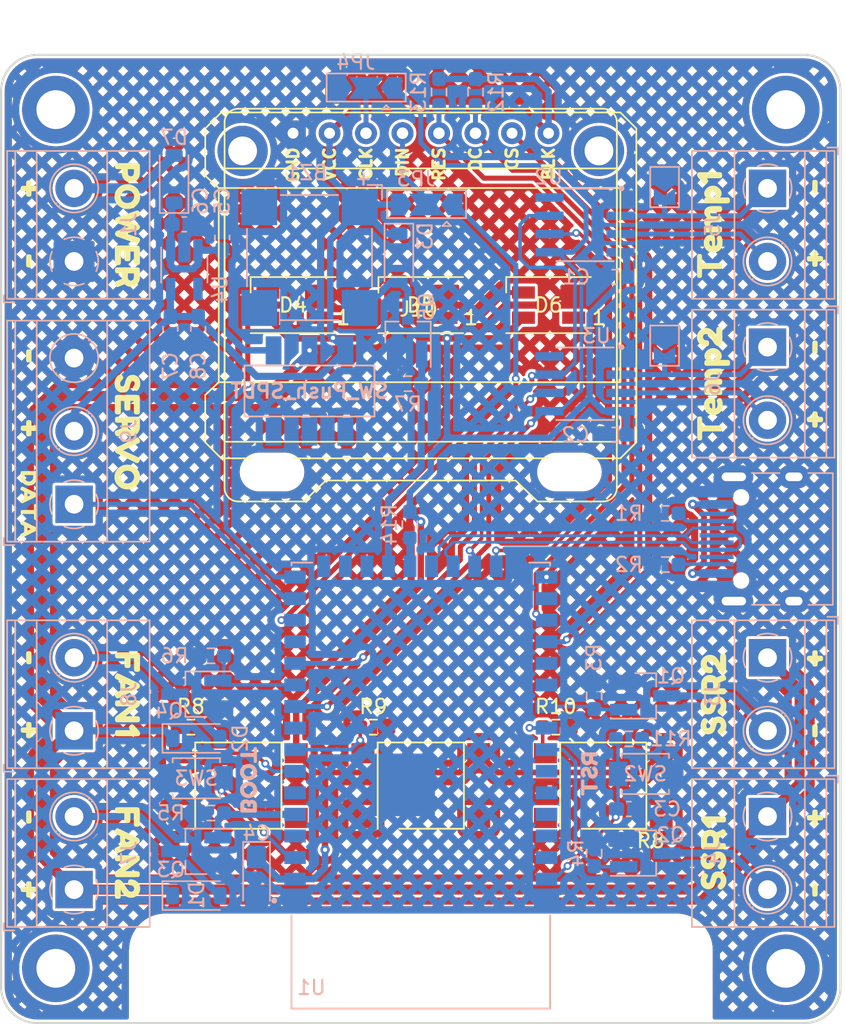
<source format=kicad_pcb>
(kicad_pcb (version 20221018) (generator pcbnew)
  (layers (0 "F.Cu" signal) (31 "B.Cu" signal) (34 "B.Paste" user) (35 "F.Paste" user) (36 "B.SilkS" user "B.Silkscreen") (37 "F.SilkS" user "F.Silkscreen") (38 "B.Mask" user) (39 "F.Mask" user) (44 "Edge.Cuts" user))
  (net 0 "")
  (net 1 "EN")
  (net 12 "GND")
  (net 13 "VBUS")
  (net 14 "Net-(J2-CC1)")
  (net 15 "D+")
  (net 16 "D-")
  (net 18 "Net-(J2-CC2)")
  (net 20 "+3.3V")
  (net 21 "BOOT")
  (net 22 "SCL")
  (net 23 "SDA")
  (net 24 "BTN1")
  (net 25 "BTN2")
  (net 26 "BTN3")
  (net 27 "SSR1")
  (net 28 "Net-(J3-Pin_2)")
  (net 29 "SSR2")
  (net 30 "Net-(J4-Pin_2)")
  (net 31 "FAN1")
  (net 32 "Net-(D1-A)")
  (net 33 "FAN2")
  (net 34 "Net-(D2-A)")
  (net 35 "BUZZER")
  (net 36 "VCC")
  (net 37 "Net-(J5-Pin_1)")
  (net 38 "CLK")
  (net 39 "CS_MAX1")
  (net 40 "MISO")
  (net 42 "Net-(J6-Pin_1)")
  (net 43 "CS_MAX2")
  (net 45 "GPIO18")
  (net 46 "LED_Din")
  (net 47 "Net-(D4-DOUT)")
  (net 48 "Net-(D5-DOUT)")
  (net 50 "SERVO_SIG")
  (net 53 "+5V")
  (net 54 "Net-(BZ1-+)")
  (net 57 "MOSI")
  (net 58 "Net-(J5-Pin_2)")
  (net 59 "Net-(J6-Pin_2)")
  (net 62 "Net-(D7-A)")
  (net 63 "CS_DISPLAY")
  (net 64 "Net-(J10-Pin_1)")
  (net 65 "Net-(J10-Pin_2)")
  (footprint "LED_SMD:LED_SK6812MINI_PLCC4_3.5x3.5mm_P1.75mm" (layer "F.Cu") (at 101.6 68.199 180)
    (fp_text reference "D5")
    (fp_text value " ")
  )
  (footprint "kibuzzard-643A0580" (layer "F.Cu") (at 81.1784 106.287 -90)
    (fp_text reference "kibuzzard-643A0580" hide)
    (fp_text value "G***" hide)
  )
  (footprint "kibuzzard-643A05BD" (layer "F.Cu") (at 129.032 92.7608 90)
    (fp_text reference "kibuzzard-643A05BD" hide)
    (fp_text value "G***" hide)
  )
  (footprint "LED_SMD:LED_SK6812MINI_PLCC4_3.5x3.5mm_P1.75mm" (layer "F.Cu") (at 92.71 68.199 180)
    (fp_text reference "D4")
    (fp_text value " ")
  )
  (footprint "kibuzzard-643A051C" (layer "F.Cu") (at 121.9708 62.6364 90)
    (fp_text reference "kibuzzard-643A051C" hide)
    (fp_text value "G***" hide)
  )
  (footprint "kibuzzard-643A059F" (layer "F.Cu") (at 81.1784 77.0128 -90)
    (fp_text reference "kibuzzard-643A059F" hide)
    (fp_text value "G***" hide)
  )
  (footprint "kibuzzard-643A0588" (layer "F.Cu") (at 81.1784 95.25 -90)
    (fp_text reference "kibuzzard-643A0588" hide)
    (fp_text value "G***" hide)
  )
  (footprint "kien242:128x64OLED" (layer "F.Cu") (at 101.595 68.199)
    (fp_text reference "J10")
    (fp_text value " ")
  )
  (footprint "kibuzzard-643A05CF" (layer "F.Cu") (at 74.3204 103.7844 -90)
    (fp_text reference "kibuzzard-643A05CF" hide)
    (fp_text value "G***" hide)
  )
  (footprint "kibuzzard-643A05CF" (layer "F.Cu") (at 74.3204 92.71 -90)
    (fp_text reference "kibuzzard-643A05CF" hide)
    (fp_text value "G***" hide)
  )
  (footprint "kibuzzard-643A05CF" (layer "F.Cu") (at 129.032 108.8644 90)
    (fp_text reference "kibuzzard-643A05CF" hide)
    (fp_text value "G***" hide)
  )
  (footprint "LED_SMD:LED_SK6812MINI_PLCC4_3.5x3.5mm_P1.75mm" (layer "F.Cu") (at 110.49 68.199 180)
    (fp_text reference "D6")
    (fp_text value " ")
  )
  (footprint "kien242:MountingHole_2.7mm_M2.5_DIN965_Pad" (layer "F.Cu") (at 76.2 114.3 90)
    (fp_text reference "H2")
    (fp_text value " ")
  )
  (footprint "kibuzzard-643A05BD" (layer "F.Cu") (at 129.032 64.9732 -90)
    (fp_text reference "kibuzzard-643A05BD" hide)
    (fp_text value "G***" hide)
  )
  (footprint "kien242:MountingHole_2.7mm_M2.5_DIN965_Pad" (layer "F.Cu") (at 76.2 54.61 90)
    (fp_text reference "H3")
    (fp_text value " ")
  )
  (footprint "kien242:MountingHole_2.7mm_M2.5_DIN965_Pad" (layer "F.Cu") (at 127 114.3 90)
    (fp_text reference "H1")
    (fp_text value " ")
  )
  (footprint "footprint:SW_TL3305AF160QG" (layer "F.Cu") (at 101.6 101.6 180)
    (fp_text reference "BTN2" hide)
    (fp_text value " ")
  )
  (footprint "kibuzzard-643A0524" (layer "F.Cu") (at 121.9708 95.25 90)
    (fp_text reference "kibuzzard-643A0524" hide)
    (fp_text value "G***" hide)
  )
  (footprint "kibuzzard-643A052F" (layer "F.Cu") (at 121.9708 106.287 90)
    (fp_text reference "kibuzzard-643A052F" hide)
    (fp_text value "G***" hide)
  )
  (footprint "kibuzzard-643A05B4" (layer "F.Cu") (at 81.1784 62.6364 -90)
    (fp_text reference "kibuzzard-643A05B4" hide)
    (fp_text value "G***" hide)
  )
  (footprint "footprint:SW_TL3305AF160QG" (layer "F.Cu") (at 114.3 101.6 180)
    (fp_text reference "BTN3" hide)
    (fp_text value " ")
  )
  (footprint "kibuzzard-643A05CF" (layer "F.Cu") (at 129.032 59.944 -90)
    (fp_text reference "kibuzzard-643A05CF" hide)
    (fp_text value "G***" hide)
  )
  (footprint "kibuzzard-643A05BD" (layer "F.Cu") (at 129.032 103.8352 90)
    (fp_text reference "kibuzzard-643A05BD" hide)
    (fp_text value "G***" hide)
  )
  (footprint "kibuzzard-643A05BD" (layer "F.Cu") (at 74.3204 97.7392 -90)
    (fp_text reference "kibuzzard-643A05BD" hide)
    (fp_text value "G***" hide)
  )
  (footprint "kien242:MountingHole_2.7mm_M2.5_DIN965_Pad" (layer "F.Cu") (at 127 54.61 90)
    (fp_text reference "H4")
    (fp_text value " ")
  )
  (footprint "Resistor_SMD:R_0603_1608Metric_Pad0.98x0.95mm_HandSolder" (layer "F.Cu") (at 85.598 97.536)
    (fp_text reference "R8")
    (fp_text value "10K")
  )
  (footprint "kibuzzard-643A05BD" (layer "F.Cu") (at 74.3204 108.8136 -90)
    (fp_text reference "kibuzzard-643A05BD" hide)
    (fp_text value "G***" hide)
  )
  (footprint "kibuzzard-643A05CF" (layer "F.Cu") (at 129.032 71.12 -90)
    (fp_text reference "kibuzzard-643A05CF" hide)
    (fp_text value "G***" hide)
  )
  (footprint "Resistor_SMD:R_0603_1608Metric_Pad0.98x0.95mm_HandSolder" (layer "F.Cu") (at 98.298 97.536)
    (fp_text reference "R9")
    (fp_text value "10K")
  )
  (footprint "kibuzzard-643A0514" (layer "F.Cu") (at 121.9708 73.66 90)
    (fp_text reference "kibuzzard-643A0514" hide)
    (fp_text value "G***" hide)
  )
  (footprint "kibuzzard-643A05CF" (layer "F.Cu") (at 129.032 97.79 90)
    (fp_text reference "kibuzzard-643A05CF" hide)
    (fp_text value "G***" hide)
  )
  (footprint "kibuzzard-643A05BD" (layer "F.Cu") (at 74.3204 60.0964 90)
    (fp_text reference "kibuzzard-643A05BD" hide)
    (fp_text value "G***" hide)
  )
  (footprint "kibuzzard-643A0606" (layer "F.Cu") (at 74.3204 82.042 -90)
    (fp_text reference "kibuzzard-643A0606" hide)
    (fp_text value "G***" hide)
  )
  (footprint "Resistor_SMD:R_0603_1608Metric_Pad0.98x0.95mm_HandSolder" (layer "F.Cu") (at 110.998 97.536)
    (fp_text reference "R10")
    (fp_text value "10K")
  )
  (footprint "kibuzzard-643A05CF" (layer "F.Cu") (at 74.3204 65.1256 90)
    (fp_text reference "kibuzzard-643A05CF" hide)
    (fp_text value "G***" hide)
  )
  (footprint "footprint:0.96_TFT_Display_ST77335S" (layer "F.Cu") (at 101.6 66.809)
    (fp_text reference "J11" hide)
    (fp_text value "Conn_01x08" hide)
  )
  (footprint "kibuzzard-643A05CF" (layer "F.Cu") (at 74.3204 71.7296 -90)
    (fp_text reference "kibuzzard-643A05CF" hide)
    (fp_text value "G***" hide)
  )
  (footprint "footprint:SW_TL3305AF160QG" (layer "F.Cu") (at 88.9 101.6 180)
    (fp_text reference "BTN1" hide)
    (fp_text value " ")
  )
  (footprint "kibuzzard-643A05BD" (layer "F.Cu") (at 129.032 76.1492 -90)
    (fp_text reference "kibuzzard-643A05BD" hide)
    (fp_text value "G***" hide)
  )
  (footprint "kibuzzard-643A05BD" (layer "F.Cu") (at 74.3204 76.7588 -90)
    (fp_text reference "kibuzzard-643A05BD" hide)
    (fp_text value "G***" hide)
  )
  (footprint "footprint:SOIC127P600X175-8N" (layer "B.Cu") (at 113.03 73.665 180)
    (fp_text reference "U3")
    (fp_text value "MAX6675")
  )
  (footprint "kien242:MSS22D18" (layer "B.Cu") (at 93.853 74.168 180)
    (fp_text reference "SW1")
    (fp_text value "SW_Push_SPDT")
  )
  (footprint "footprint:TerminalBlock_Phoenix_MKDS-1,5-2-5.08_1x02_P5.08mm_Horizontal" (layer "B.Cu") (at 125.73 95.25 -90)
    (fp_text reference "J3")
    (fp_text value " " hide)
  )
  (footprint "footprint:TerminalBlock_Phoenix_MKDS-1,5-2-5.08_1x02_P5.08mm_Horizontal" (layer "B.Cu") (at 125.73 62.623 -90)
    (fp_text reference "J5")
    (fp_text value " " hide)
  )
  (footprint "Package_TO_SOT_SMD:SOT-23_Handsoldering" (layer "B.Cu") (at 117.221 106.292)
    (fp_text reference "Q2")
    (fp_text value "IRLML2502")
  )
  (footprint "Package_TO_SOT_SMD:SOT-23-5_HandSoldering" (layer "B.Cu") (at 85.1408 65.7352 -90)
    (fp_text reference "U4")
    (fp_text value "MIC5219-3.3YM5")
  )
  (footprint "Capacitor_SMD:C_0603_1608Metric_Pad1.08x0.95mm_HandSolder" (layer "B.Cu") (at 115.062 77.216 180)
    (fp_text reference "C2")
    (fp_text value "0.1uF")
  )
  (footprint "kien242:USB-C-16pin-hight-v2" (layer "B.Cu") (at 126.492 84.455 90)
    (fp_text reference "J2")
    (fp_text value "USB_C_Receptacle_USB2.0")
  )
  (footprint "Resistor_SMD:R_0603_1608Metric_Pad0.98x0.95mm_HandSolder" (layer "B.Cu") (at 113.665 95.365 -90)
    (fp_text reference "R3")
    (fp_text value "10k")
  )
  (footprint "kibuzzard-643A0998" (layer "B.Cu") (at 89.6112 101.1936 90)
    (fp_text reference "kibuzzard-643A0998" hide)
    (fp_text value "G***" hide)
  )
  (footprint "footprint:TerminalBlock_Phoenix_MKDS-1,5-2-5.08_1x02_P5.08mm_Horizontal" (layer "B.Cu") (at 77.47 106.287 90)
    (fp_text reference "J7")
    (fp_text value " " hide)
  )
  (footprint "Package_TO_SOT_SMD:SOT-23_Handsoldering" (layer "B.Cu") (at 85.979 106.172 180)
    (fp_text reference "Q3")
    (fp_text value "IRLML2502")
  )
  (footprint "footprint:TerminalBlock_Phoenix_MKDS-1,5-2-5.08_1x02_P5.08mm_Horizontal" (layer "B.Cu") (at 125.73 106.287 -90)
    (fp_text reference "J4")
    (fp_text value " " hide)
  )
  (footprint "Capacitor_SMD:C_0603_1608Metric_Pad1.08x0.95mm_HandSolder" (layer "B.Cu") (at 85.1408 62.5856)
    (fp_text reference "C6")
    (fp_text value "1uF")
  )
  (footprint "Capacitor_SMD:C_0603_1608Metric_Pad1.08x0.95mm_HandSolder" (layer "B.Cu") (at 84.1756 69.85 -90)
    (fp_text reference "C7")
    (fp_text value "10uF")
  )
  (footprint "Package_TO_SOT_SMD:SOT-23_Handsoldering" (layer "B.Cu") (at 85.979 95.245 180)
    (fp_text reference "Q4")
    (fp_text value "IRLML2502")
  )
  (footprint "Diode_SMD:D_SOD-123" (layer "B.Cu") (at 84.4296 59.436 90)
    (fp_text reference "D7")
    (fp_text value " ")
  )
  (footprint "Capacitor_SMD:C_0603_1608Metric_Pad1.08x0.95mm_HandSolder" (layer "B.Cu") (at 87.7824 63.5 90)
    (fp_text reference "C5")
    (fp_text value "10uF")
  )
  (footprint "Package_TO_SOT_SMD:SOT-23_Handsoldering" (layer "B.Cu") (at 100.711 70.104 90)
    (fp_text reference "Q5")
    (fp_text value "IRLML2502")
  )
  (footprint "Capacitor_SMD:C_0603_1608Metric_Pad1.08x0.95mm_HandSolder" (layer "B.Cu") (at 86.106 69.85 -90)
    (fp_text reference "C8")
    (fp_text value "1uF")
  )
  (footprint "Resistor_SMD:R_0603_1608Metric_Pad0.98x0.95mm_HandSolder" (layer "B.Cu") (at 118.618 86.233 180)
    (fp_text reference "R2")
    (fp_text value "5K1")
  )
  (footprint "Diode_SMD:D_SOD-123" (layer "B.Cu") (at 100.076 64.897 -90)
    (fp_text reference "D3")
    (fp_text value " ")
  )
  (footprint "Resistor_SMD:R_0603_1608Metric_Pad0.98x0.95mm_HandSolder" (layer "B.Cu") (at 105.41 53.3908 90)
    (fp_text reference "R12")
    (fp_text value "5K1")
  )
  (footprint "kien242:SW_SPST_B3U-1000P" (layer "B.Cu") (at 117.221 100.7872)
    (fp_text reference "SW2")
    (fp_text value "RST")
  )
  (footprint "Capacitor_SMD:C_0603_1608Metric_Pad1.08x0.95mm_HandSolder" (layer "B.Cu") (at 116.078 103.2256)
    (fp_text reference "C3")
    (fp_text value "0.1uF")
  )
  (footprint "Resistor_SMD:R_0603_1608Metric_Pad0.98x0.95mm_HandSolder" (layer "B.Cu") (at 100.838 83.4644 -90)
    (fp_text reference "R14")
    (fp_text value "5K1")
  )
  (footprint "footprint:TerminalBlock_Phoenix_MKDS-1,5-2-5.08_1x02_P5.08mm_Horizontal" (layer "B.Cu") (at 77.47 62.623 90)
    (fp_text reference "J1")
    (fp_text value " " hide)
  )
  (footprint "Diode_SMD:D_SOD-123" (layer "B.Cu") (at 85.979 109.244)
    (fp_text reference "D1")
    (fp_text value " ")
  )
  (footprint "Resistor_SMD:R_0603_1608Metric_Pad0.98x0.95mm_HandSolder" (layer "B.Cu") (at 102.87 53.3908 -90)
    (fp_text reference "R13")
    (fp_text value "5K1")
  )
  (footprint "Resistor_SMD:R_0603_1608Metric_Pad0.98x0.95mm_HandSolder" (layer "B.Cu") (at 118.618 82.677 180)
    (fp_text reference "R1")
    (fp_text value "5K1")
  )
  (footprint "footprint:MODULE_ESP32-S2-WROVER" (layer "B.Cu") (at 101.6 101.6)
    (fp_text reference "U1")
    (fp_text value "ESP32-S2-WROVER")
  )
  (footprint "Package_TO_SOT_SMD:SOT-23_Handsoldering" (layer "B.Cu") (at 117.221 95.365)
    (fp_text reference "Q1")
    (fp_text value "IRLML2502")
  )
  (footprint "Resistor_SMD:R_0603_1608Metric_Pad0.98x0.95mm_HandSolder" (layer "B.Cu") (at 100.711 73.66)
    (fp_text reference "R7")
    (fp_text value "10k")
  )
  (footprint "footprint:SOIC127P600X175-8N" (layer "B.Cu") (at 113.03 62.623 180)
    (fp_text reference "U2")
    (fp_text value "MAX6675")
  )
  (footprint "Buzzer_Beeper:MagneticBuzzer_CUI_CMT-8504-100-SMT" (layer "B.Cu") (at 93.853 64.897 180)
    (fp_text reference "BZ1")
    (fp_text value "Buzzer")
  )
  (footprint "footprint:TerminalBlock_Phoenix_MKDS-1,5-3-5.08_1x03_P5.08mm_Horizontal" (layer "B.Cu") (at 77.47 76.962 90)
    (fp_text reference "J9")
    (fp_text value "Servo " hide)
  )
  (footprint "Diode_SMD:D_SOD-123" (layer "B.Cu") (at 85.979 98.317)
    (fp_text reference "D2")
    (fp_text value " ")
  )
  (footprint "Capacitor_Tantalum_SMD:CP_EIA-3216-10_Kemet-I_Pad1.58x1.35mm_HandSolder" (layer "B.Cu") (at 90.17 108.0008 -90)
    (fp_text reference "C4")
    (fp_text value "10uF")
  )
  (footprint "Jumper:SolderJumper-3_P2.0mm_Open_TrianglePad1.0x1.5mm" (layer "B.Cu") (at 102 61.2 180)
    (fp_text reference "JP3")
    (fp_text value " ")
  )
  (footprint "Jumper:SolderJumper-3_P2.0mm_Open_TrianglePad1.0x1.5mm" (layer "B.Cu") (at 97.8 53.1 180)
    (fp_text reference "JP4")
    (fp_text value " ")
  )
  (footprint "footprint:TerminalBlock_Phoenix_MKDS-1,5-2-5.08_1x02_P5.08mm_Horizontal" (layer "B.Cu") (at 77.47 95.25 90)
    (fp_text reference "J8")
    (fp_text value " " hide)
  )
  (footprint "Jumper:SolderJumper-2_P1.3mm_Open_TrianglePad1.0x1.5mm" (layer "B.Cu") (at 118.5672 59.9948 -90)
    (fp_text reference "JP2" hide)
    (fp_text value " ")
  )
  (footprint "Resistor_SMD:R_0603_1608Metric_Pad0.98x0.95mm_HandSolder" (layer "B.Cu") (at 116.078 98.3488)
    (fp_text reference "R11")
    (fp_text value "10k")
  )
  (footprint "Resistor_SMD:R_0603_1608Metric_Pad0.98x0.95mm_HandSolder" (layer "B.Cu") (at 86.995 92.578)
    (fp_text reference "R6")
    (fp_text value "10k")
  )
  (footprint "Jumper:SolderJumper-2_P1.3mm_Open_TrianglePad1.0x1.5mm" (layer "B.Cu") (at 118.5672 71.0184 -90)
    (fp_text reference "JP1" hide)
    (fp_text value " ")
  )
  (footprint "kibuzzard-643A09AD" (layer "B.Cu") (at 113.3348 100.7872 -90)
    (fp_text reference "kibuzzard-643A09AD" hide)
    (fp_text value "G***" hide)
  )
  (footprint "Capacitor_SMD:C_0603_1608Metric_Pad1.08x0.95mm_HandSolder" (layer "B.Cu") (at 115.062 66.2432 180)
    (fp_text reference "C1")
    (fp_text value "0.1uF")
  )
  (footprint "Resistor_SMD:R_0603_1608Metric_Pad0.98x0.95mm_HandSolder" (layer "B.Cu") (at 113.665 106.292 -90)
    (fp_text reference "R4")
    (fp_text value "10k")
  )
  (footprint "Resistor_SMD:R_0603_1608Metric_Pad0.98x0.95mm_HandSolder" (layer "B.Cu") (at 86.995 103.505)
    (fp_text reference "R5")
    (fp_text value "10k")
  )
  (footprint "kien242:SW_SPST_B3U-1000P" (layer "B.Cu") (at 85.979 101.092 180)
    (fp_text reference "SW3")
    (fp_text value "BOOT")
  )
  (footprint "footprint:TerminalBlock_Phoenix_MKDS-1,5-2-5.08_1x02_P5.08mm_Horizontal" (layer "B.Cu") (at 125.73 73.66 -90)
    (fp_text reference "J6")
    (fp_text value " " hide)
  )
  (gr_arc (start 130.81 115.57) (mid 130.066051 117.366051) (end 128.27 118.11) (stroke (width 0.15)) (layer "Edge.Cuts"))
  (gr_line (start 128.27 118.11) (end 74.93 118.11) (stroke (width 0.15)) (layer "Edge.Cuts"))
  (gr_line (start 72.39 53.34) (end 72.39 115.57) (stroke (width 0.15)) (layer "Edge.Cuts"))
  (gr_arc (start 72.39 53.34) (mid 73.133949 51.543949) (end 74.93 50.8) (stroke (width 0.15)) (layer "Edge.Cuts"))
  (gr_arc (start 74.93 118.11) (mid 73.133949 117.366051) (end 72.39 115.57) (stroke (width 0.15)) (layer "Edge.Cuts"))
  (gr_line (start 130.81 53.34) (end 130.81 115.57) (stroke (width 0.15)) (layer "Edge.Cuts"))
  (gr_arc (start 128.27 50.8) (mid 130.066051 51.543949) (end 130.81 53.34) (stroke (width 0.15)) (layer "Edge.Cuts"))
  (gr_line (start 128.27 50.8) (end 74.93 50.8) (stroke (width 0.15)) (layer "Edge.Cuts"))
  (segment (start 111.811 107.188) (end 115.164 103.835) (width 0.25) (layer "F.Cu") (net 1))
  (segment (start 115.164 103.835) (end 115.164 103.784) (width 0.25) (layer "F.Cu") (net 1))
  (via (at 111.811 107.188) (size 0.55) (drill 0.3) (layers "F.Cu" "B.Cu") (net 1))
  (via (at 115.164 103.784) (size 0.55) (drill 0.3) (layers "F.Cu" "B.Cu") (net 1))
  (segment (start 115.216 103.226) (end 115.164 103.278) (width 0.25) (layer "B.Cu") (net 1))
  (segment (start 115.164 103.278) (end 115.164 103.784) (width 0.25) (layer "B.Cu") (net 1))
  (segment (start 115.2156 103.2256) (end 115.216 103.226) (width 0.35) (layer "B.Cu") (net 1))
  (segment (start 115.326 98.5093) (end 115.326 100.7872) (width 0.25) (layer "B.Cu") (net 1))
  (segment (start 115.166 98.3488) (end 115.326 98.5093) (width 0.25) (layer "B.Cu") (net 1))
  (segment (start 115.1655 98.3488) (end 115.166 98.3488) (width 0.35) (layer "B.Cu") (net 1))
  (segment (start 115.326 100.7872) (end 115.326 103.115) (width 0.25) (layer "B.Cu") (net 1))
  (segment (start 110.899 108.1) (end 111.811 107.188) (width 0.25) (layer "B.Cu") (net 1))
  (segment (start 115.326 103.115) (end 115.216 103.226) (width 0.25) (layer "B.Cu") (net 1))
  (segment (start 110.35 108.1) (end 110.899 108.1) (width 0.25) (layer "B.Cu") (net 1))
  (segment (start 115.2155 103.2256) (end 115.2156 103.2256) (width 0.35) (layer "B.Cu") (net 1))
  (segment (start 122.174 80.137) (end 122.176 80.135) (width 0.4) (layer "B.Cu") (net 12))
  (segment (start 92.85 109.6) (end 90.3317 109.6) (width 0.5) (layer "B.Cu") (net 12))
  (segment (start 122.174 88.646) (end 122.303 88.775) (width 0.4) (layer "B.Cu") (net 12))
  (segment (start 122.174 81.255) (end 122.174 80.137) (width 0.4) (layer "B.Cu") (net 12))
  (segment (start 122.176 80.135) (end 123.387 80.135) (width 0.4) (layer "B.Cu") (net 12))
  (segment (start 90.17 109.438) (end 89.7953 109.438) (width 0.5) (layer "B.Cu") (net 12))
  (segment (start 113.665 105.38) (end 115.684 105.38) (width 0.4) (layer "B.Cu") (net 12))
  (segment (start 115.684 105.38) (end 115.721 105.342) (width 0.4) (layer "B.Cu") (net 12))
  (segment (start 99.761 71.604) (end 99.761 73.6225) (width 0.5) (layer "B.Cu") (net 12))
  (segment (start 90.3317 109.6) (end 90.17 109.438) (width 0.5) (layer "B.Cu") (net 12))
  (segment (start 89.7953 109.438) (end 87.479 107.122) (width 0.5) (layer "B.Cu") (net 12))
  (segment (start 122.303 88.775) (end 123.387 88.775) (width 0.4) (layer "B.Cu") (net 12))
  (segment (start 122.174 87.655) (end 122.174 88.646) (width 0.4) (layer "B.Cu") (net 12))
  (segment (start 99.761 73.6225) (end 99.7985 73.66) (width 0.5) (layer "B.Cu") (net 12))
  (segment (start 120.523 82.042) (end 121.31 82.829) (width 0.4) (layer "F.Cu") (net 13))
  (segment (start 121.31 86.0675) (end 120.523 86.8545) (width 0.4) (layer "F.Cu") (net 13))
  (segment (start 121.31 82.829) (end 121.31 86.0675) (width 0.4) (layer "F.Cu") (net 13))
  (via (at 120.523 86.8545) (size 0.65) (drill 0.3) (layers "F.Cu" "B.Cu") (net 13))
  (via (at 120.523 82.042) (size 0.65) (drill 0.3) (layers "F.Cu" "B.Cu") (net 13))
  (segment (start 120.523 82.042) (end 122.161 82.042) (width 0.4) (layer "B.Cu") (net 13))
  (segment (start 122.174 86.855) (end 120.524 86.855) (width 0.4) (layer "B.Cu") (net 13))
  (segment (start 122.161 82.042) (end 122.174 82.055) (width 0.4) (layer "B.Cu") (net 13))
  (segment (start 120.524 86.855) (end 120.523 86.8545) (width 0.4) (layer "B.Cu") (net 13))
  (segment (start 120.058 83.205) (end 119.5303 82.6772) (width 0.25) (layer "B.Cu") (net 14))
  (segment (start 119.5305 82.677) (end 119.5303 82.6772) (width 0.35) (layer "B.Cu") (net 14))
  (segment (start 122.182 83.205) (end 120.058 83.205) (width 0.25) (layer "B.Cu") (net 14))
  (segment (start 119.5303 82.6772) (end 119.53 82.677) (width 0.25) (layer "B.Cu") (net 14))
  (segment (start 103.325 85.525) (end 103.85 86.05) (width 0.2) (layer "B.Cu") (net 15))
  (segment (start 122.182 84.205) (end 122.1824 84.205) (width 0.2) (layer "B.Cu") (net 15))
  (segment (start 103.85 86.05) (end 103.85 86.35) (width 0.2) (layer "B.Cu") (net 15))
  (segment (start 122.1824 84.205) (end 123.575 84.205) (width 0.2) (layer "B.Cu") (net 15))
  (segment (start 120.408 85.205) (end 119.883 84.68) (width 0.2) (layer "B.Cu") (net 15))
  (segment (start 122.182 85.205) (end 121.295 85.205) (width 0.2) (layer "B.Cu") (net 15))
  (segment (start 123.571 85.217) (end 122.194 85.217) (width 0.2) (layer "B.Cu") (net 15))
  (segment (start 123.575 84.205) (end 123.825 84.455) (width 0.2) (layer "B.Cu") (net 15))
  (segment (start 119.883 84.68) (end 103.852 84.68) (width 0.2) (layer "B.Cu") (net 15))
  (segment (start 122.194 85.217) (end 122.182 85.205) (width 0.2) (layer "B.Cu") (net 15))
  (segment (start 123.825 84.455) (end 123.825 84.963) (width 0.2) (layer "B.Cu") (net 15))
  (segment (start 103.852 84.68) (end 103.325 85.2072) (width 0.2) (layer "B.Cu") (net 15))
  (segment (start 121.295 85.205) (end 122.1824 85.205) (width 0.2998) (layer "B.Cu") (net 15))
  (segment (start 123.825 84.963) (end 123.571 85.217) (width 0.2) (layer "B.Cu") (net 15))
  (segment (start 121.295 85.205) (end 120.408 85.205) (width 0.2) (layer "B.Cu") (net 15))
  (segment (start 103.325 85.2072) (end 103.325 85.525) (width 0.2) (layer "B.Cu") (net 15))
  (segment (start 103.666 84.23) (end 102.875 85.0208) (width 0.2) (layer "B.Cu") (net 16))
  (segment (start 117.234 84.23) (end 103.666 84.23) (width 0.2) (layer "B.Cu") (net 16))
  (segment (start 122.182 84.705) (end 122.1824 84.705) (width 0.2998) (layer "B.Cu") (net 16))
  (segment (start 119.999 84.23) (end 119.634 84.23) (width 0.2) (layer "B.Cu") (net 16))
  (segment (start 120.474 84.705) (end 119.999 84.23) (width 0.2) (layer "B.Cu") (net 16))
  (segment (start 122.1824 83.705) (end 120.524 83.705) (width 0.2) (layer "B.Cu") (net 16))
  (segment (start 102.875 85.0208) (end 102.875 85.525) (width 0.2) (layer "B.Cu") (net 16))
  (segment (start 122.182 83.705) (end 122.17 83.693) (width 0.2) (layer "B.Cu") (net 16))
  (segment (start 120.524 83.705) (end 119.999 84.23) (width 0.2) (layer "B.Cu") (net 16))
  (segment (start 117.242 84.222) (end 117.234 84.23) (width 0.2) (layer "B.Cu") (net 16))
  (segment (start 122.182 84.705) (end 120.474 84.705) (width 0.2) (layer "B.Cu") (net 16))
  (segment (start 102.875 85.525) (end 102.35 86.05) (width 0.2) (layer "B.Cu") (net 16))
  (segment (start 102.35 86.05) (end 102.35 86.35) (width 0.2) (layer "B.Cu") (net 16))
  (segment (start 117.25 84.23) (end 119.634 84.23) (width 0.2) (layer "B.Cu") (net 16))
  (segment (start 117.242 84.222) (end 117.25 84.23) (width 0.2) (layer "B.Cu") (net 16))
  (segment (start 119.5305 86.2325) (end 119.558 86.205) (width 0.35) (layer "B.Cu") (net 18))
  (segment (start 119.558 86.205) (end 119.53 86.233) (width 0.25) (layer "B.Cu") (net 18))
  (segment (start 122.182 86.205) (end 122.1824 86.205) (width 0.2998) (layer "B.Cu") (net 18))
  (segment (start 122.182 86.205) (end 119.558 86.205) (width 0.25) (layer "B.Cu") (net 18))
  (segment (start 119.5305 86.233) (end 119.5305 86.2325) (width 0.35) (layer "B.Cu") (net 18))
  (segment (start 92.93 99.35) (end 92.93 96.338856) (width 0.45) (layer "F.Cu") (net 20))
  (segment (start 94.2848 100.686) (end 94.9391 100.686) (width 0.4) (layer "F.Cu") (net 20))
  (segment (start 118.33 99.35) (end 118.146 99.35) (width 0.4) (layer "F.Cu") (net 20))
  (segment (start 101.854 70.5104) (end 101.4984 70.5104) (width 0.45) (layer "F.Cu") (net 20))
  (segment (start 94.9391 106.0582) (end 94.9391 100.686) (width 0.45) (layer "F.Cu") (net 20))
  (segment (start 118.146 99.35) (end 117.5 98.7044) (width 0.4) (layer "F.Cu") (net 20))
  (segment (start 100.062 69.074) (end 99.85 69.074) (width 0.45) (layer "F.Cu") (net 20))
  (segment (start 106.966 100.686) (end 105.63 99.35) (width 0.4) (layer "F.Cu") (net 20))
  (segment (start 96.799 54.7) (end 95.25 56.249) (width 0.45) (layer "F.Cu") (net 20))
  (segment (start 108.941 54.7) (end 96.799 54.7) (width 0.45) (layer "F.Cu") (net 20))
  (segment (start 107.3036 70.5104) (end 108.74 69.074) (width 0.45) (layer "F.Cu") (net 20))
  (segment (start 97.536 70.5104) (end 98.4136 70.5104) (width 0.45) (layer "F.Cu") (net 20))
  (segment (start 118.33 99.35) (end 116.994 100.686) (width 0.4) (layer "F.Cu") (net 20))
  (segment (start 103.4288 70.5104) (end 107.3036 70.5104) (width 0.45) (layer "F.Cu") (net 20))
  (segment (start 104.294 100.686) (end 105.63 99.35) (width 0.4) (layer "F.Cu") (net 20))
  (segment (start 101.6 87.668856) (end 101.6 83.2612) (width 0.45) (layer "F.Cu") (net 20))
  (segment (start 92.9492 99.35) (end 94.2848 100.686) (width 0.4) (layer "F.Cu") (net 20))
  (segment (start 92.3964 70.5104) (end 90.96 69.074) (width 0.45) (layer "F.Cu") (net 20))
  (segment (start 94.9391 100.686) (end 95.8046 100.686) (width 0.4) (layer "F.Cu") (net 20))
  (segment (start 98.4136 70.5104) (end 99.85 69.074) (width 0.45) (layer "F.Cu") (net 20))
  (segment (start 116.994 100.686) (end 106.966 100.686) (width 0.4) (layer "F.Cu") (net 20))
  (segment (start 92.93 99.35) (end 92.9492 99.35) (width 0.4) (layer "F.Cu") (net 20))
  (segment (start 110.49 56.249) (end 108.941 54.7) (width 0.45) (layer "F.Cu") (net 20))
  (segment (start 101.4984 70.5104) (end 100.062 69.074) (width 0.45) (layer "F.Cu") (net 20))
  (segment (start 103.4288 70.5104) (end 101.854 70.5104) (width 0.45) (layer "F.Cu") (net 20))
  (segment (start 95.8046 100.686) (end 104.294 100.686) (width 0.4) (layer "F.Cu") (net 20))
  (segment (start 97.536 70.5104) (end 92.3964 70.5104) (width 0.45) (layer "F.Cu") (net 20))
  (segment (start 92.93 96.338856) (end 101.6 87.668856) (width 0.45) (layer "F.Cu") (net 20))
  (via (at 94.9391 106.0582) (size 0.65) (drill 0.3) (layers "F.Cu" "B.Cu") (net 20))
  (via (at 117.5 98.7044) (size 0.65) (drill 0.3) (layers "F.Cu" "B.Cu") (net 20))
  (via (at 95.486209 70.477391) (size 0.65) (drill 0.3) (layers "F.Cu" "B.Cu") (net 20))
  (via (at 103.4288 70.5104) (size 0.65) (drill 0.3) (layers "F.Cu" "B.Cu") (net 20))
  (via (at 101.6 83.2612) (size 0.65) (drill 0.3) (layers "F.Cu" "B.Cu") (net 20))
  (segment (start 115.9245 75.9895) (end 115.505 75.57) (width 0.5) (layer "B.Cu") (net 20))
  (segment (start 110.562648 77.4192) (end 113.351 74.630848) (width 0.45) (layer "B.Cu") (net 20))
  (segment (start 113.351 68.8167) (end 115.9245 66.2432) (width 0.45) (layer "B.Cu") (net 20))
  (segment (start 90.9382 107.3315) (end 90.17 106.5633) (width 0.45) (layer "B.Cu") (net 20))
  (segment (start 90.17 106.563) (end 90.9384 107.3315) (width 0.5) (layer "B.Cu") (net 20))
  (segment (start 104.135 52.4783) (end 105.41 52.4783) (width 0.45) (layer "B.Cu") (net 20))
  (segment (start 95.25 56.249) (end 95.25 59.294) (width 0.45) (layer "B.Cu") (net 20))
  (segment (start 114.290152 75.57) (end 115.505 75.57) (width 0.45) (layer "B.Cu") (net 20))
  (segment (start 115.9245 64.9475) (end 115.505 64.528) (width 0.5) (layer "B.Cu") (net 20))
  (segment (start 117.5 98.7044) (end 117.346 98.7044) (width 0.4) (layer "B.Cu") (net 20))
  (segment (start 113.351 74.630848) (end 114.290152 75.57) (width 0.45) (layer "B.Cu") (net 20))
  (segment (start 95.3008 70.292) (end 95.3008 63.6016) (width 0.45) (layer "B.Cu") (net 20))
  (segment (start 84.1756 68.9875) (end 86.106 68.9875) (width 0.5) (layer "B.Cu") (net 20))
  (segment (start 94.5439 73.152) (end 96.3524 71.3435) (width 0.5) (layer "B.Cu") (net 20))
  (segment (start 101.5473 83.2612) (end 100.838 82.5519) (width 0.45) (layer "B.Cu") (net 20))
  (segment (start 77.47 75.6931) (end 77.47 76.962) (width 0.5) (layer "B.Cu") (net 20))
  (segment (start 96.3524 71.3435) (end 96.6523 71.0436) (width 0.45) (layer "B.Cu") (net 20))
  (segment (start 115.924 77.216) (end 115.9245 77.216) (width 0.5) (layer "B.Cu") (net 20))
  (segment (start 100.838 82.5519) (end 100.838 81.21894) (width 0.45) (layer "B.Cu") (net 20))
  (segment (start 99.203 63.247) (end 98.925 62.969) (width 0.5) (layer "B.Cu") (net 20))
  (segment (start 100 61.2) (end 97.55 61.2) (width 0.45) (layer "B.Cu") (net 20))
  (segment (start 96.3524 71.3435) (end 95.486209 70.477391) (width 0.45) (layer "B.Cu") (net 20))
  (segment (start 101.417065 80.639879) (end 101.41726 80.639879) (width 0.45) (layer "B.Cu") (net 20))
  (segment (start 90.1806 73.152) (end 94.5439 73.152) (width 0.5) (layer "B.Cu") (net 20))
  (segment (start 95.3008 70.292) (end 95.300818 70.292) (width 0.45) (layer "B.Cu") (net 20))
  (segment (start 98.925 62.969) (end 98.9722 62.969) (width 0.45) (layer "B.Cu") (net 20))
  (segment (start 98.925 62.969) (end 97.353 61.397) (width 0.5) (layer "B.Cu") (net 20))
  (segment (start 115.9245 77.216) (end 115.9245 75.9895) (width 0.5) (layer "B.Cu") (net 20))
  (segment (start 110.49 53.34) (end 110.49 56.249) (width 0.45) (layer "B.Cu") (net 20))
  (segment (start 92.85 108.1) (end 94.1348 108.1) (width 0.45) (layer "B.Cu") (net 20))
  (segment (start 103.4288 77.3806) (end 103.4674 77.4192) (width 0.45) (layer "B.Cu") (net 20))
  (segment (start 97.353 61.5494) (end 97.353 61.397) (width 0.45) (layer "B.Cu") (net 20))
  (segment (start 117.168 98.5266) (end 116.9905 98.3491) (width 0.45) (layer "B.Cu") (net 20))
  (segment (start 115.9245 66.2432) (end 115.9245 64.9475) (width 0.5) (layer "B.Cu") (net 20))
  (segment (start 101.41726 80.639879) (end 102.299 79.758139) (width 0.45) (layer "B.Cu") (net 20))
  (segment (start 109.6283 52.4783) (end 110.49 53.34) (width 0.45) (layer "B.Cu") (net 20))
  (segment (start 100.838 81.21894) (end 101.3968 80.66014) (width 0.45) (layer "B.Cu") (net 20))
  (segment (start 84.1756 67.1004) (end 84.1908 67.0852) (width 0.5) (layer "B.Cu") (net 20))
  (segment (start 90.9384 107.3315) (end 91.7067 108.1) (width 0.5) (layer "B.Cu") (net 20))
  (segment (start 94.9391 107.2957) (end 94.9391 106.0582) (width 0.45) (layer "B.Cu") (net 20))
  (segment (start 101.6 83.2612) (end 101.5473 83.2612) (width 0.45) (layer "B.Cu") (net 20))
  (segment (start 97.55 61.2) (end 97.353 61.397) (width 0.45) (layer "B.Cu") (net 20))
  (segment (start 86.106 68.9875) (end 86.106 69.0774) (width 0.5) (layer "B.Cu") (net 20))
  (segment (start 102.299 79.758139) (end 102.299 78.5876) (width 0.45) (layer "B.Cu") (net 20))
  (segment (start 95.300818 70.292) (end 95.486209 70.477391) (width 0.45) (layer "B.Cu") (net 20))
  (segment (start 106.68 77.4192) (end 107.2896 77.4192) (width 0.45) (layer "B.Cu") (net 20))
  (segment (start 103.4288 70.5104) (end 103.4288 77.3806) (width 0.45) (layer "B.Cu") (net 20))
  (segment (start 105.41 52.4783) (end 109.6283 52.4783) (width 0.45) (layer "B.Cu") (net 20))
  (segment (start 117.346 98.7044) (end 117.168 98.5266) (width 0.4) (layer "B.Cu") (net 20))
  (segment (start 84.1756 68.9875) (end 77.47 75.6931) (width 0.5) (layer "B.Cu") (net 20))
  (segment (start 89.8145 72.7858) (end 90.1806 73.152) (width 0.5) (layer "B.Cu") (net 20))
  (segment (start 95.25 59.294) (end 97.353 61.397) (width 0.45) (layer "B.Cu") (net 20))
  (segment (start 117.168 98.5266) (end 116.99 98.3488) (width 0.4) (layer "B.Cu") (net 20))
  (segment (start 95.3008 63.6016) (end 97.353 61.5494) (width 0.45) (layer "B.Cu") (net 20))
  (segment (start 100.076 63.247) (end 99.203 63.247) (width 0.5) (layer "B.Cu") (net 20))
  (segment (start 86.106 69.0774) (end 89.8145 72.7858) (width 0.5) (layer "B.Cu") (net 20))
  (segment (start 113.351 74.630848) (end 113.351 68.8167) (width 0.45) (layer "B.Cu") (net 20))
  (segment (start 116.9905 98.3491) (end 116.9905 98.3488) (width 0.45) (layer "B.Cu") (net 20))
  (segment (start 107.2896 77.4192) (end 103.4674 77.4192) (width 0.45) (layer "B.Cu") (net 20))
  (segment (start 102.299 78.5876) (end 103.4674 77.4192) (width 0.45) (layer "B.Cu") (net 20))
  (segment (start 84.1756 68.9875) (end 84.1756 67.1004) (width 0.5) (layer "B.Cu") (net 20))
  (segment (start 102.87 52.4783) (end 104.135 52.4783) (width 0.45) (layer "B.Cu") (net 20))
  (segment (start 94.1348 108.1) (end 94.9391 107.2957) (width 0.45) (layer "B.Cu") (net 20))
  (segment (start 115.9245 66.2432) (end 115.9245 66.3459) (width 0.5) (layer "B.Cu") (net 20))
  (segment (start 91.7067 108.1) (end 92.85 108.1) (width 0.5) (layer "B.Cu") (net 20))
  (segment (start 107.2896 77.4192) (end 110.562648 77.4192) (width 0.45) (layer "B.Cu") (net 20))
  (segment (start 101.3968 80.66014) (end 101.417065 80.639879) (width 0.45) (layer "B.Cu") (net 20))
  (segment (start 90.9384 107.3315) (end 90.9382 107.3315) (width 0.45) (layer "B.Cu") (net 20))
  (segment (start 87.7824 101.956) (end 87.7316 101.956) (width 0.25) (layer "F.Cu") (net 21))
  (segment (start 90.678 104.851) (end 87.7824 101.956) (width 0.25) (layer "F.Cu") (net 21))
  (via (at 87.7316 101.956) (size 0.55) (drill 0.3) (layers "F.Cu" "B.Cu") (net 21))
  (via (at 90.678 104.851) (size 0.55) (drill 0.3) (layers "F.Cu" "B.Cu") (net 21))
  (segment (start 92.85 106.6) (end 92.4268 106.6) (width 0.25) (layer "B.Cu") (net 21))
  (segment (start 87.7316 101.234) (end 87.874 101.092) (width 0.25) (layer "B.Cu") (net 21))
  (segment (start 92.4268 106.6) (end 90.678 104.851) (width 0.25) (layer "B.Cu") (net 21))
  (segment (start 87.7316 101.956) (end 87.7316 101.234) (width 0.25) (layer "B.Cu") (net 21))
  (segment (start 115.74 65.594636) (end 109.521764 59.3764) (width 0.35) (layer "F.Cu") (net 22))
  (segment (start 115.74 80.790761) (end 115.74 65.594636) (width 0.35) (layer "F.Cu") (net 22))
  (segment (start 109.521764 59.3764) (end 105.9924 59.3764) (width 0.35) (layer "F.Cu") (net 22))
  (segment (start 109.6264 89.662) (end 109.6264 86.904361) (width 0.35) (layer "F.Cu") (net 22))
  (segment (start 105.9924 59.3764) (end 102.865 56.249) (width 0.35) (layer "F.Cu") (net 22))
  (segment (start 109.6264 86.904361) (end 115.74 80.790761) (width 0.35) (layer "F.Cu") (net 22))
  (via (at 109.6264 89.662) (size 0.55) (drill 0.3) (layers "F.Cu" "B.Cu") (net 22))
  (segment (start 109.6264 89.662) (end 110.0644 90.1) (width 0.35) (layer "B.Cu") (net 22))
  (segment (start 102.87 54.3033) (end 102.865 54.3083) (width 0.35) (layer "B.Cu") (net 22))
  (segment (start 110.0644 90.1) (end 110.35 90.1) (width 0.35) (layer "B.Cu") (net 22))
  (segment (start 102.865 54.3083) (end 102.865 56.249) (width 0.35) (layer "B.Cu") (net 22))
  (segment (start 109.749582 58.8264) (end 116.29 65.366819) (width 0.35) (layer "F.Cu") (net 23))
  (segment (start 105.405 56.249) (end 107.9824 58.8264) (width 0.35) (layer "F.Cu") (net 23))
  (segment (start 116.29 65.366819) (end 116.29 81.018579) (width 0.35) (layer "F.Cu") (net 23))
  (segment (start 107.9824 58.8264) (end 109.749582 58.8264) (width 0.35) (layer "F.Cu") (net 23))
  (segment (start 110.35 86.958579) (end 110.35 87.1) (width 0.35) (layer "F.Cu") (net 23))
  (segment (start 116.29 81.018579) (end 110.35 86.958579) (width 0.35) (layer "F.Cu") (net 23))
  (via (at 110.35 87.1) (size 0.55) (drill 0.3) (layers "F.Cu" "B.Cu") (net 23))
  (via (at 110.35 87.1) (size 0.55) (drill 0.3) (layers "F.Cu" "B.Cu") (net 23))
  (segment (start 105.405 54.3083) (end 105.405 56.249) (width 0.35) (layer "B.Cu") (net 23))
  (segment (start 105.41 54.3033) (end 105.405 54.3083) (width 0.35) (layer "B.Cu") (net 23))
  (segment (start 84.6855 97.536) (end 84.6855 99.1655) (width 0.25) (layer "F.Cu") (net 24))
  (segment (start 90.0536 99.35) (end 84.87 99.35) (width 0.25) (layer "F.Cu") (net 24))
  (segment (start 90.7796 100.076) (end 90.0536 99.35) (width 0.25) (layer "F.Cu") (net 24))
  (segment (start 84.6855 99.1655) (end 84.87 99.35) (width 0.25) (layer "F.Cu") (net 24))
  (via (at 90.7796 100.076) (size 0.55) (drill 0.3) (layers "F.Cu" "B.Cu") (net 24))
  (segment (start 92.85 100.6) (end 91.3036 100.6) (width 0.25) (layer "B.Cu") (net 24))
  (segment (start 91.3036 100.6) (end 90.7796 100.076) (width 0.25) (layer "B.Cu") (net 24))
  (segment (start 97.57 98.6349) (end 97.3855 98.4504) (width 0.25) (layer "F.Cu") (net 25))
  (segment (start 97.57 99.35) (end 97.57 98.6349) (width 0.25) (layer "F.Cu") (net 25))
  (segment (start 97.3855 97.536) (end 97.3855 98.4504) (width 0.25) (layer "F.Cu") (net 25))
  (via (at 97.3855 98.4504) (size 0.55) (drill 0.3) (layers "F.Cu" "B.Cu") (net 25))
  (segment (start 92.85 99.1) (end 96.7359 99.1) (width 0.25) (layer "B.Cu") (net 25))
  (segment (start 96.7359 99.1) (end 97.3855 98.4504) (width 0.25) (layer "B.Cu") (net 25))
  (segment (start 110.035 97.5868) (end 110.086 97.536) (width 0.25) (layer "F.Cu") (net 26))
  (segment (start 110.27 99.348) (end 110.27 99.35) (width 0.25) (layer "F.Cu") (net 26))
  (segment (start 109.169 97.5868) (end 110.035 97.5868) (width 0.25) (layer "F.Cu") (net 26))
  (segment (start 110.0857 97.5362) (end 110.084 97.5379) (width 0.25) (layer "F.Cu") (net 26))
  (segment (start 110.084 97.5379) (end 110.084 99.1616) (width 0.25) (layer "F.Cu") (net 26))
  (segment (start 110.084 99.1616) (end 110.27 99.348) (width 0.25) (layer "F.Cu") (net 26))
  (segment (start 110.086 97.536) (end 110.0857 97.5362) (width 0.25) (layer "F.Cu") (net 26))
  (segment (start 110.0855 97.536) (end 110.0857 97.5362) (width 0.35) (layer "F.Cu") (net 26))
  (via (at 109.169 97.5868) (size 0.55) (drill 0.3) (layers "F.Cu" "B.Cu") (net 26))
  (segment (start 110.35 97.6) (end 109.182 97.6) (width 0.25) (layer "B.Cu") (net 26))
  (segment (start 109.182 97.6) (end 109.169 97.5868) (width 0.25) (layer "B.Cu") (net 26))
  (segment (start 110.35 96.1) (end 113.488 96.1) (width 0.25) (layer "B.Cu") (net 27))
  (segment (start 115.721 96.315) (end 113.702 96.315) (width 0.25) (layer "B.Cu") (net 27))
  (segment (start 113.488 96.1) (end 113.665 96.2775) (width 0.25) (layer "B.Cu") (net 27))
  (segment (start 113.702 96.315) (end 113.665 96.2775) (width 0.25) (layer "B.Cu") (net 27))
  (segment (start 118.721 95.365) (end 123.305 95.365) (width 0.5) (layer "B.Cu") (net 28))
  (segment (start 123.305 95.365) (end 125.73 97.79) (width 0.5) (layer "B.Cu") (net 28))
  (segment (start 111.495 99.1) (end 110.35 99.1) (width 0.25) (layer "B.Cu") (net 29))
  (segment (start 113.6835 107.223) (end 113.665 107.2045) (width 0.35) (layer "B.Cu") (net 29))
  (segment (start 113.665 107.204) (end 112.531 106.07) (width 0.25) (layer "B.Cu") (net 29))
  (segment (start 113.702 107.242) (end 113.6835 107.223) (width 0.25) (layer "B.Cu") (net 29))
  (segment (start 112.37 105.918) (end 112.37 99.9744) (width 0.25) (layer "B.Cu") (net 29))
  (segment (start 112.531 106.07) (end 112.522 106.07) (width 0.25) (layer "B.Cu") (net 29))
  (segment (start 112.522 106.07) (end 112.37 105.918) (width 0.25) (layer "B.Cu") (net 29))
  (segment (start 113.6835 107.223) (end 113.665 107.204) (width 0.25) (layer "B.Cu") (net 29))
  (segment (start 112.37 99.9744) (end 111.495 99.1) (width 0.25) (layer "B.Cu") (net 29))
  (segment (start 115.721 107.242) (end 113.702 107.242) (width 0.25) (layer "B.Cu") (net 29))
  (segment (start 123.195 106.292) (end 125.73 108.827) (width 0.5) (layer "B.Cu") (net 30))
  (segment (start 118.721 106.292) (end 123.195 106.292) (width 0.5) (layer "B.Cu") (net 30))
  (segment (start 87.9075 92.578) (end 87.9075 93.8665) (width 0.25) (layer "B.Cu") (net 31))
  (segment (start 87.784 94.6) (end 87.479 94.295) (width 0.25) (layer "B.Cu") (net 31))
  (segment (start 87.9075 93.8665) (end 87.479 94.295) (width 0.25) (layer "B.Cu") (net 31))
  (segment (start 92.85 94.6) (end 87.784 94.6) (width 0.25) (layer "B.Cu") (net 31))
  (segment (start 77.47 103.747) (end 82.054 103.747) (width 0.5) (layer "B.Cu") (net 32))
  (segment (start 87.629 109.244) (end 87.551 109.244) (width 0.5) (layer "B.Cu") (net 32))
  (segment (start 87.551 109.244) (end 84.479 106.172) (width 0.5) (layer "B.Cu") (net 32))
  (segment (start 82.054 103.747) (end 84.479 106.172) (width 0.5) (layer "B.Cu") (net 32))
  (segment (start 87.479 103.934) (end 87.9075 103.505) (width 0.5) (layer "B.Cu") (net 33))
  (segment (start 88.0025 103.6) (end 87.9075 103.505) (width 0.5) (layer "B.Cu") (net 33))
  (segment (start 92.85 103.6) (end 88.0025 103.6) (width 0.5) (layer "B.Cu") (net 33))
  (segment (start 87.479 105.222) (end 87.479 103.934) (width 0.5) (layer "B.Cu") (net 33))
  (segment (start 87.551 98.317) (end 84.479 95.245) (width 0.5) (layer "B.Cu") (net 34))
  (segment (start 81.944 92.71) (end 84.479 95.245) (width 0.5) (layer "B.Cu") (net 34))
  (segment (start 77.47 92.71) (end 81.944 92.71) (width 0.5) (layer "B.Cu") (net 34))
  (segment (start 87.629 98.317) (end 87.551 98.317) (width 0.5) (layer "B.Cu") (net 34))
  (segment (start 101.661 73.6225) (end 101.624 73.66) (width 0.5) (layer "B.Cu") (net 35))
  (segment (start 101.624 73.66) (end 101.624 79.4785) (width 0.5) (layer "B.Cu") (net 35))
  (segment (start 99.35 81.752) (end 99.35 86.35) (width 0.5) (layer "B.Cu") (net 35))
  (segment (start 101.6235 73.66) (end 101.624 73.66) (width 0.35) (layer "B.Cu") (net 35))
  (segment (start 101.661 71.604) (end 101.661 73.6225) (width 0.5) (layer "B.Cu") (net 35))
  (segment (start 101.624 79.4785) (end 99.35 81.752) (width 0.5) (layer "B.Cu") (net 35))
  (segment (start 75.2348 75.946) (end 76.6572 74.5236) (width 0.7) (layer "F.Cu") (net 36))
  (segment (start 77.47 98.6275) (end 77.47 97.79) (width 0.35) (layer "F.Cu") (net 36))
  (segment (start 77.47 108.827) (end 120.65 108.827) (width 0.7) (layer "F.Cu") (net 36))
  (segment (start 120.65 108.827) (end 125.73 103.747) (width 0.7) (layer "F.Cu") (net 36))
  (segment (start 127.9652 94.9452) (end 125.73 92.71) (width 0.7) (layer "F.Cu") (net 36))
  (segment (start 75.2348 95.5548) (end 77.47 97.79) (width 0.7) (layer "F.Cu") (net 36))
  (segment (start 75.2348 106.5918) (end 77.47 108.827) (width 0.7) (layer "F.Cu") (net 36))
  (segment (start 125.73 103.6828) (end 127.9652 101.4476) (width 0.7) (layer "F.Cu") (net 36))
  (segment (start 77.216 97.79) (end 75.2348 99.7712) (width 0.7) (layer "F.Cu") (net 36))
  (segment (start 77.47 97.79) (end 77.216 97.79) (width 0.7) (layer "F.Cu") (net 36))
  (segment (start 75.2348 94.1832) (end 75.2348 75.946) (width 0.7) (layer "F.Cu") (net 36))
  (segment (start 90.8687 74.5236) (end 92.60215 72.79015) (width 0.7) (layer "F.Cu") (net 36))
  (segment (start 92.60215 72.79015) (end 93.853 71.5393) (width 0.7) (layer "F.Cu") (net 36))
  (segment (start 127.9652 101.4476) (end 127.9652 94.9452) (width 0.7) (layer "F.Cu") (net 36))
  (segment (start 92.60215 72.79015) (end 93.0148 72.3775) (width 0.7) (layer "F.Cu") (net 36))
  (segment (start 75.2348 94.1832) (end 75.2348 95.5548) (width 0.7) (layer "F.Cu") (net 36))
  (segment (start 75.2348 99.7712) (end 75.2348 106.5918) (width 0.7) (layer "F.Cu") (net 36))
  (segment (start 125.73 103.747) (end 125.73 103.6828) (width 0.7) (layer "F.Cu") (net 36))
  (segment (start 76.6572 74.5236) (end 90.8687 74.5236) (width 0.7) (layer "F.Cu") (net 36))
  (segment (start 93.853 71.5393) (end 93.853 71.34352) (width 0.7) (layer "F.Cu") (net 36))
  (via (at 93.0148 72.3775) (size 0.65) (drill 0.3) (layers "F.Cu" "B.Cu") (net 36))
  (via (at 93.853 71.34352) (size 0.65) (drill 0.3) (layers "F.Cu" "B.Cu") (net 36))
  (segment (start 84.329 98.317) (end 83.802 97.79) (width 0.5) (layer "B.Cu") (net 36))
  (segment (start 83.802 97.79) (end 77.47 97.79) (width 0.5) (layer "B.Cu") (net 36))
  (segment (start 93.0403 72.352) (end 93.0148 72.352) (width 0.7) (layer "B.Cu") (net 36))
  (segment (start 93.853 71.5393) (end 93.0403 72.352) (width 0.7) (layer "B.Cu") (net 36))
  (segment (start 83.912 108.827) (end 84.329 109.244) (width 0.5) (layer "B.Cu") (net 36))
  (segment (start 93.853 71.34352) (end 93.853 71.5393) (width 0.7) (layer "B.Cu") (net 36))
  (segment (start 77.47 108.827) (end 83.912 108.827) (width 0.5) (layer "B.Cu") (net 36))
  (segment (start 118.618 61.988) (end 123.825 61.988) (width 0.35) (layer "B.Cu") (net 37))
  (segment (start 118.5672 60.7198) (end 118.5672 61.9372) (width 0.35) (layer "B.Cu") (net 37))
  (segment (start 118.5672 61.9372) (end 118.618 61.988) (width 0.35) (layer "B.Cu") (net 37))
  (segment (start 115.505 61.988) (end 118.618 61.988) (width 0.35) (layer "B.Cu") (net 37))
  (segment (start 123.825 61.988) (end 125.73 60.083) (width 0.35) (layer "B.Cu") (net 37))
  (segment (start 106.332 84.835261) (end 106.332 79.346053) (width 0.35) (layer "F.Cu") (net 38))
  (segment (start 105.6536 85.523739) (end 105.6536 85.513661) (width 0.35) (layer "F.Cu") (net 38))
  (segment (start 105.6536 85.513661) (end 106.332 84.835261) (width 0.35) (layer "F.Cu") (net 38))
  (segment (start 106.332 79.346053) (end 109.266196 76.411857) (width 0.35) (layer "F.Cu") (net 38))
  (segment (start 95.077339 96.1) (end 105.6536 85.523739) (width 0.35) (layer "F.Cu") (net 38))
  (via (at 109.266196 76.411857) (size 0.55) (drill 0.3) (layers "F.Cu" "B.Cu") (net 38))
  (via (at 95.077339 96.1) (size 0.55) (drill 0.3) (layers "F.Cu" "B.Cu") (net 38))
  (segment (start 112.172 64.528) (end 110.555 64.528) (width 0.35) (layer "B.Cu") (net 38))
  (segment (start 110.108053 75.57) (end 110.555 75.57) (width 0.35) (layer "B.Cu") (net 38))
  (segment (start 101.6 54.9) (end 101.6 56.9) (width 0.35) (layer "B.Cu") (net 38))
  (segment (start 101.6 56.9) (end 103.2 58.5) (width 0.35) (layer "B.Cu") (net 38))
  (segment (start 111.138 64.528) (end 112.776 66.1656) (width 0.25) (layer "B.Cu") (net 38))
  (segment (start 112.776 66.1656) (end 112.776 74.1172) (width 0.25) (layer "B.Cu") (net 38))
  (segment (start 110.555 64.528) (end 111.138 64.528) (width 0.25) (layer "B.Cu") (net 38))
  (segment (start 110.123137 58.5) (end 113.1 61.476863) (width 0.35) (layer "B.Cu") (net 38))
  (segment (start 113.1 63.6) (end 112.172 64.528) (width 0.35) (layer "B.Cu") (net 38))
  (segment (start 92.85 96.1) (end 95.077339 96.1) (width 0.35) (layer "B.Cu") (net 38))
  (segment (start 113.1 61.476863) (end 113.1 63.6) (width 0.35) (layer "B.Cu") (net 38))
  (segment (start 109.266196 76.411857) (end 110.108053 75.57) (width 0.35) (layer "B.Cu") (net 38))
  (segment (start 112.776 74.1172) (end 111.323 75.57) (width 0.25) (layer "B.Cu") (net 38))
  (segment (start 99.8 53.1) (end 101.6 54.9) (width 0.35) (layer "B.Cu") (net 38))
  (segment (start 103.2 58.5) (end 110.123137 58.5) (width 0.35) (layer "B.Cu") (net 38))
  (segment (start 111.323 75.57) (end 110.555 75.57) (width 0.25) (layer "B.Cu") (net 38))
  (segment (start 115.24 65.801742) (end 115.24 80.583655) (width 0.25) (layer "F.Cu") (net 39))
  (segment (start 112.413416 63.186584) (end 112.624842 63.186584) (width 0.25) (layer "F.Cu") (net 39))
  (segment (start 110.569155 85.2545) (end 106.832 85.2545) (width 0.25) (layer "F.Cu") (net 39))
  (segment (start 115.24 80.583655) (end 110.569155 85.2545) (width 0.25) (layer "F.Cu") (net 39))
  (segment (start 112.624842 63.186584) (end 115.24 65.801742) (width 0.25) (layer "F.Cu") (net 39))
  (via (at 112.413416 63.186584) (size 0.55) (drill 0.3) (layers "F.Cu" "B.Cu") (net 39))
  (via (at 106.832 85.2545) (size 0.55) (drill 0.3) (layers "F.Cu" "B.Cu") (net 39))
  (segment (start 106.85 85.2721) (end 106.832 85.2545) (width 0.25) (layer "B.Cu") (net 39))
  (segment (start 106.85 86.35) (end 106.85 85.2721) (width 0.25) (layer "B.Cu") (net 39))
  (segment (start 112.413416 63.186584) (end 112.342 63.258) (width 0.25) (layer "B.Cu") (net 39))
  (segment (start 112.342 63.258) (end 110.555 63.258) (width 0.25) (layer "B.Cu") (net 39))
  (segment (start 108.166196 74.861365) (end 108.166196 76.097645) (width 0.35) (layer "F.Cu") (net 40))
  (segment (start 104.354307 85.904499) (end 97.593203 92.665603) (width 0.35) (layer "F.Cu") (net 40))
  (segment (start 109.3317 73.695861) (end 108.166196 74.861365) (width 0.35) (layer "F.Cu") (net 40))
  (segment (start 105.332 78.931841) (end 105.332 84.007568) (width 0.35) (layer "F.Cu") (net 40))
  (segment (start 104.354307 84.985261) (end 104.354307 85.904499) (width 0.35) (layer "F.Cu") (net 40))
  (segment (start 105.332 84.007568) (end 104.354307 84.985261) (width 0.35) (layer "F.Cu") (net 40))
  (segment (start 108.166196 76.097645) (end 105.332 78.931841) (width 0.35) (layer "F.Cu") (net 40))
  (segment (start 109.3317 73.108889) (end 109.3317 73.695861) (width 0.35) (layer "F.Cu") (net 40))
  (via (at 109.3317 73.108889) (size 0.55) (drill 0.3) (layers "F.Cu" "B.Cu") (net 40))
  (via (at 97.593203 92.665603) (size 0.55) (drill 0.3) (layers "F.Cu" "B.Cu") (net 40))
  (segment (start 97.593203 92.665603) (end 97.158806 93.1) (width 0.35) (layer "B.Cu") (net 40))
  (segment (start 109.118 65.5828) (end 108.509 64.9732) (width 0.25) (layer "B.Cu") (net 40))
  (segment (start 112.326 66.352) (end 111.557 65.5828) (width 0.25) (layer "B.Cu") (net 40))
  (segment (start 110.555 73.03) (end 111.476 73.03) (width 0.25) (layer "B.Cu") (net 40))
  (segment (start 97.158806 93.1) (end 92.85 93.1) (width 0.35) (layer "B.Cu") (net 40))
  (segment (start 112.326 72.1796) (end 112.326 66.352) (width 0.25) (layer "B.Cu") (net 40))
  (segment (start 111.557 65.5828) (end 109.118 65.5828) (width 0.25) (layer "B.Cu") (net 40))
  (segment (start 108.509 64.9732) (end 108.509 62.5856) (width 0.25) (layer "B.Cu") (net 40))
  (segment (start 111.476 73.03) (end 112.326 72.1796) (width 0.25) (layer "B.Cu") (net 40))
  (segment (start 108.509 62.5856) (end 109.106 61.988) (width 0.25) (layer "B.Cu") (net 40))
  (segment (start 109.106 61.988) (end 110.555 61.988) (width 0.25) (layer "B.Cu") (net 40))
  (segment (start 110.476111 73.108889) (end 110.555 73.03) (width 0.35) (layer "B.Cu") (net 40))
  (segment (start 109.3317 73.108889) (end 110.476111 73.108889) (width 0.35) (layer "B.Cu") (net 40))
  (segment (start 115.505 73.03) (end 118.5164 73.03) (width 0.35) (layer "B.Cu") (net 42))
  (segment (start 118.5672 72.9792) (end 118.5164 73.03) (width 0.35) (layer "B.Cu") (net 42))
  (segment (start 123.82 73.03) (end 125.73 71.12) (width 0.35) (layer "B.Cu") (net 42))
  (segment (start 118.5672 71.7434) (end 118.5672 72.9792) (width 0.35) (layer "B.Cu") (net 42))
  (segment (start 118.5164 73.03) (end 123.82 73.03) (width 0.35) (layer "B.Cu") (net 42))
  (segment (start 105.832 79.138947) (end 105.832 84.426807) (width 0.25) (layer "F.Cu") (net 43))
  (segment (start 109.22 74.7268) (end 108.666196 75.280604) (width 0.25) (layer "F.Cu") (net 43))
  (segment (start 108.666196 76.304751) (end 105.832 79.138947) (width 0.25) (layer "F.Cu") (net 43))
  (segment (start 105.832 84.426807) (end 105.004307 85.2545) (width 0.25) (layer "F.Cu") (net 43))
  (segment (start 108.666196 75.280604) (end 108.666196 76.304751) (width 0.25) (layer "F.Cu") (net 43))
  (via (at 109.22 74.7268) (size 0.55) (drill 0.3) (layers "F.Cu" "B.Cu") (net 43))
  (via (at 105.004307 85.2545) (size 0.55) (drill 0.3) (layers "F.Cu" "B.Cu") (net 43))
  (segment (start 109.22 74.7268) (end 109.6468 74.3) (width 0.25) (layer "B.Cu") (net 43))
  (segment (start 105.35 85.600193) (end 105.35 86.35) (width 0.25) (layer "B.Cu") (net 43))
  (segment (start 105.004307 85.2545) (end 105.35 85.600193) (width 0.25) (layer "B.Cu") (net 43))
  (segment (start 109.6468 74.3) (end 110.555 74.3) (width 0.25) (layer "B.Cu") (net 43))
  (segment (start 100.85 86.35) (end 100.85 84.3889) (width 0.5) (layer "B.Cu") (net 45))
  (segment (start 100.85 84.3889) (end 100.838 84.3769) (width 0.5) (layer "B.Cu") (net 45))
  (segment (start 90.96 67.324) (end 90.585 67.324) (width 0.35) (layer "F.Cu") (net 46))
  (segment (start 89.5604 68.3486) (end 89.5604 73.6991) (width 0.35) (layer "F.Cu") (net 46))
  (segment (start 90.585 67.324) (end 89.5604 68.3486) (width 0.35) (layer "F.Cu") (net 46))
  (via (at 89.5604 73.6991) (size 0.55) (drill 0.3) (layers "F.Cu" "B.Cu") (net 46))
  (segment (start 89.5604 73.6991) (end 88.0364 75.2231) (width 0.35) (layer "B.Cu") (net 46))
  (segment (start 88.0364 75.2231) (end 88.0364 83.702582) (width 0.35) (layer "B.Cu") (net 46))
  (segment (start 88.0364 83.702582) (end 91.433818 87.1) (width 0.35) (layer "B.Cu") (net 46))
  (segment (start 91.433818 87.1) (end 92.85 87.1) (width 0.35) (layer "B.Cu") (net 46))
  (segment (start 98.3348 67.324) (end 99.85 67.324) (width 0.35) (layer "F.Cu") (net 47))
  (segment (start 94.46 69.074) (end 96.5848 69.074) (width 0.35) (layer "F.Cu") (net 47))
  (segment (start 96.5848 69.074) (end 98.3348 67.324) (width 0.35) (layer "F.Cu") (net 47))
  (segment (start 105.729 69.074) (end 107.479 67.324) (width 0.35) (layer "F.Cu") (net 48))
  (segment (start 107.479 67.324) (end 108.74 67.324) (width 0.35) (layer "F.Cu") (net 48))
  (segment (start 103.35 69.074) (end 105.729 69.074) (width 0.35) (layer "F.Cu") (net 48))
  (segment (start 85.598 82.042) (end 92.156 88.6) (width 0.35) (layer "B.Cu") (net 50))
  (segment (start 77.47 82.042) (end 85.598 82.042) (width 0.35) (layer "B.Cu") (net 50))
  (segment (start 92.156 88.6) (end 92.85 88.6) (width 0.35) (layer "B.Cu") (net 50))
  (segment (start 86.0908 64.3852) (end 86.0908 65.344) (width 0.5) (layer "B.Cu") (net 53))
  (segment (start 85.7504 65.6844) (end 84.435 65.6844) (width 0.5) (layer "B.Cu") (net 53))
  (segment (start 84.1908 65.4402) (end 84.1908 64.3852) (width 0.5) (layer "B.Cu") (net 53))
  (segment (start 87.7597 64.3852) (end 87.7824 64.3625) (width 0.5) (layer "B.Cu") (net 53))
  (segment (start 86.0908 65.344) (end 85.7504 65.6844) (width 0.5) (layer "B.Cu") (net 53))
  (segment (start 91.3536 71.3435) (end 89.3267 71.3435) (width 0.45) (layer "B.Cu") (net 53))
  (segment (start 84.1908 62.6731) (end 84.2783 62.5856) (width 0.5) (layer "B.Cu") (net 53))
  (segment (start 86.0908 64.3852) (end 87.7597 64.3852) (width 0.5) (layer "B.Cu") (net 53))
  (segment (start 87.7824 69.7992) (end 87.7824 64.3625) (width 0.45) (layer "B.Cu") (net 53))
  (segment (start 89.3267 71.3435) (end 87.7824 69.7992) (width 0.45) (layer "B.Cu") (net 53))
  (segment (start 84.2783 61.2373) (end 84.4296 61.086) (width 0.5) (layer "B.Cu") (net 53))
  (segment (start 84.435 65.6844) (end 84.1908 65.4402) (width 0.5) (layer "B.Cu") (net 53))
  (segment (start 84.1908 64.3852) (end 84.1908 62.6731) (width 0.5) (layer "B.Cu") (net 53))
  (segment (start 84.2783 62.5856) (end 84.2783 61.2373) (width 0.5) (layer "B.Cu") (net 53))
  (segment (start 97.719 68.397) (end 99.569 66.547) (width 0.5) (layer "B.Cu") (net 54))
  (segment (start 99.569 66.547) (end 100.076 66.547) (width 0.5) (layer "B.Cu") (net 54))
  (segment (start 100.711 67.182) (end 100.076 66.547) (width 0.5) (layer "B.Cu") (net 54))
  (segment (start 100.711 68.604) (end 100.711 67.182) (width 0.5) (layer "B.Cu") (net 54))
  (segment (start 97.353 68.397) (end 97.719 68.397) (width 0.5) (layer "B.Cu") (net 54))
  (segment (start 91.9 90.1) (end 92.018407 90.1) (width 0.35) (layer "F.Cu") (net 57))
  (segment (start 108.211028 73.907379) (end 108.211028 73.311028) (width 0.35) (layer "F.Cu") (net 57))
  (segment (start 92.018407 90.1) (end 108.211028 73.907379) (width 0.35) (layer "F.Cu") (net 57))
  (via (at 108.211028 73.311028) (size 0.55) (drill 0.3) (layers "F.Cu" "B.Cu") (net 57))
  (via (at 91.9 90.1) (size 0.55) (drill 0.3) (layers "F.Cu" "B.Cu") (net 57))
  (segment (start 91.9 90.1) (end 92.85 90.1) (width 0.35) (layer "B.Cu") (net 57))
  (segment (start 104 61.2) (end 108.211028 65.411028) (width 0.35) (layer "B.Cu") (net 57))
  (segment (start 108.211028 65.411028) (end 108.211028 73.311028) (width 0.35) (layer "B.Cu") (net 57))
  (segment (start 123.825 63.258) (end 125.73 65.163) (width 0.35) (layer "B.Cu") (net 58))
  (segment (start 115.505 63.258) (end 123.825 63.258) (width 0.35) (layer "B.Cu") (net 58))
  (segment (start 123.83 74.3) (end 125.73 76.2) (width 0.35) (layer "B.Cu") (net 59))
  (segment (start 115.505 74.3) (end 123.83 74.3) (width 0.35) (layer "B.Cu") (net 59))
  (segment (start 82.1326 60.083) (end 84.4296 57.786) (width 0.7) (layer "B.Cu") (net 62))
  (segment (start 77.47 60.083) (end 82.1326 60.083) (width 0.7) (layer "B.Cu") (net 62))
  (segment (start 107.95 56.249) (end 116.84 65.139) (width 0.35) (layer "F.Cu") (net 63))
  (segment (start 116.84 86.36) (end 111.76 91.44) (width 0.35) (layer "F.Cu") (net 63))
  (segment (start 116.84 65.139) (end 116.84 86.36) (width 0.35) (layer "F.Cu") (net 63))
  (via (at 111.76 91.44) (size 0.55) (drill 0.3) (layers "F.Cu" "B.Cu") (net 63))
  (segment (start 111.6 91.6) (end 111.76 91.44) (width 0.35) (layer "B.Cu") (net 63))
  (segment (start 110.35 91.6) (end 111.6 91.6) (width 0.35) (layer "B.Cu") (net 63))
  (segment (start 97.79 56.249) (end 97.79 53.11) (width 0.35) (layer "B.Cu") (net 64))
  (segment (start 97.79 53.11) (end 97.8 53.1) (width 0.35) (layer "B.Cu") (net 64))
  (segment (start 100.325 59.125) (end 100.325 56.249) (width 0.35) (layer "B.Cu") (net 65))
  (segment (start 102 61.2) (end 102 60.8) (width 0.35) (layer "B.Cu") (net 65))
  (segment (start 102 60.8) (end 100.325 59.125) (width 0.35) (layer "B.Cu") (net 65))
  (zone (net 0) (net_name "") (layers "F&B.Cu") (connect_pads (clearance 0)) (min_thickness 0.25)
    (keepout (tracks not_allowed) (vias not_allowed) (pads not_allowed) (copperpour not_allowed) (footprints not_allowed))
    (fill (thermal_gap 0.5) (thermal_bridge_width 0.5) (island_removal_mode 1) (island_area_min 10))
    (polygon (pts (xy 83.834752 110.49) (xy 84.083715 110.502231) (xy 84.330281 110.538806) (xy 84.572075 110.599372) (xy 84.806767 110.683346) (xy 85.032099 110.78992) (xy 85.2459 110.918068) (xy 85.44611 111.066554) (xy 85.630803 111.233949) (xy 85.798198 111.418642) (xy 85.946684 111.618852) (xy 86.074832 111.832653) (xy 86.181406 112.057985) (xy 86.26538 112.292677) (xy 86.325946 112.534471) (xy 86.362521 112.781037) (xy 86.374752 113.03) (xy 86.362521 113.278963) (xy 86.325946 113.525529) (xy 86.26538 113.767323) (xy 86.181406 114.002015) (xy 86.074832 114.227347) (xy 85.946684 114.441148) (xy 85.798198 114.641358) (xy 85.630803 114.826051) (xy 85.44611 114.993446) (xy 85.2459 115.141932) (xy 85.032099 115.27008) (xy 84.806767 115.376654) (xy 84.572075 115.460628) (xy 84.330281 115.521194) (xy 84.083715 115.557769) (xy 83.834752 115.57) (xy 83.585789 115.557769) (xy 83.339223 115.521194) (xy 83.097429 115.460628) (xy 82.862737 115.376654) (xy 82.637405 115.27008) (xy 82.423604 115.141932) (xy 82.223394 114.993446) (xy 82.038701 114.826051) (xy 81.871306 114.641358) (xy 81.72282 114.441148) (xy 81.594672 114.227347) (xy 81.488098 114.002015) (xy 81.404124 113.767323) (xy 81.343558 113.525529) (xy 81.306983 113.278963) (xy 81.294752 113.03) (xy 81.306983 112.781037) (xy 81.343558 112.534471) (xy 81.404124 112.292677) (xy 81.488098 112.057985) (xy 81.594672 111.832653) (xy 81.72282 111.618852) (xy 81.871306 111.418642) (xy 82.038701 111.233949) (xy 82.223394 111.066554) (xy 82.423604 110.918068) (xy 82.637405 110.78992) (xy 82.862737 110.683346) (xy 83.097429 110.599372) (xy 83.339223 110.538806) (xy 83.585789 110.502231)))
  )
  (zone (net 0) (net_name "") (layers "F&B.Cu") (connect_pads (clearance 0)) (min_thickness 0.25)
    (keepout (tracks not_allowed) (vias not_allowed) (pads not_allowed) (copperpour not_allowed) (footprints not_allowed))
    (fill (thermal_gap 0.5) (thermal_bridge_width 0.5) (island_removal_mode 1) (island_area_min 10))
    (polygon (pts (xy 83.82 110.49) (xy 101.6 110.49) (xy 101.6 118.11) (xy 81.28 118.11) (xy 81.28 113.03)))
  )
  (zone (net 12) (net_name "GND") (layers "F&B.Cu") (connect_pads yes (clearance 0)) (min_thickness 0.25) (fill yes (mode hatch) (thermal_gap 0.5) (thermal_bridge_width 0.5) (hatch_thickness 0.5) (hatch_gap 0.5) (hatch_orientation 45) (hatch_border_algorithm hatch_thickness) (hatch_min_hole_area 0.3))
    (polygon (pts (xy 72.39 46.99) (xy 130.81 46.99) (xy 130.81 118.11) (xy 72.39 118.11)))
  )
  (zone (net 0) (net_name "") (layers "F&B.Cu") (connect_pads (clearance 0)) (min_thickness 0.25)
    (keepout (tracks not_allowed) (vias not_allowed) (pads not_allowed) (copperpour not_allowed) (footprints not_allowed))
    (fill (thermal_gap 0.5) (thermal_bridge_width 0.5) (island_removal_mode 1) (island_area_min 10))
    (polygon (pts (xy 119.38 110.49) (xy 101.6 110.49) (xy 101.6 118.11) (xy 121.92 118.11) (xy 121.92 113.03)))
  )
  (zone (net 0) (net_name "") (layers "F&B.Cu") (connect_pads (clearance 0)) (min_thickness 0.25)
    (keepout (tracks not_allowed) (vias not_allowed) (pads not_allowed) (copperpour not_allowed) (footprints not_allowed))
    (fill (thermal_gap 0.5) (thermal_bridge_width 0.5) (island_removal_mode 1) (island_area_min 10))
    (polygon (pts (xy 119.38 110.49) (xy 119.628963 110.502231) (xy 119.875529 110.538806) (xy 120.117323 110.599372) (xy 120.352015 110.683346) (xy 120.577347 110.78992) (xy 120.791148 110.918068) (xy 120.991358 111.066554) (xy 121.176051 111.233949) (xy 121.343446 111.418642) (xy 121.491932 111.618852) (xy 121.62008 111.832653) (xy 121.726654 112.057985) (xy 121.810628 112.292677) (xy 121.871194 112.534471) (xy 121.907769 112.781037) (xy 121.92 113.03) (xy 121.907769 113.278963) (xy 121.871194 113.525529) (xy 121.810628 113.767323) (xy 121.726654 114.002015) (xy 121.62008 114.227347) (xy 121.491932 114.441148) (xy 121.343446 114.641358) (xy 121.176051 114.826051) (xy 120.991358 114.993446) (xy 120.791148 115.141932) (xy 120.577347 115.27008) (xy 120.352015 115.376654) (xy 120.117323 115.460628) (xy 119.875529 115.521194) (xy 119.628963 115.557769) (xy 119.38 115.57) (xy 119.131037 115.557769) (xy 118.884471 115.521194) (xy 118.642677 115.460628) (xy 118.407985 115.376654) (xy 118.182653 115.27008) (xy 117.968852 115.141932) (xy 117.768642 114.993446) (xy 117.583949 114.826051) (xy 117.416554 114.641358) (xy 117.268068 114.441148) (xy 117.13992 114.227347) (xy 117.033346 114.002015) (xy 116.949372 113.767323) (xy 116.888806 113.525529) (xy 116.852231 113.278963) (xy 116.84 113.03) (xy 116.852231 112.781037) (xy 116.888806 112.534471) (xy 116.949372 112.292677) (xy 117.033346 112.057985) (xy 117.13992 111.832653) (xy 117.268068 111.618852) (xy 117.416554 111.418642) (xy 117.583949 111.233949) (xy 117.768642 111.066554) (xy 117.968852 110.918068) (xy 118.182653 110.78992) (xy 118.407985 110.683346) (xy 118.642677 110.599372) (xy 118.884471 110.538806) (xy 119.131037 110.502231)))
  )
)
</source>
